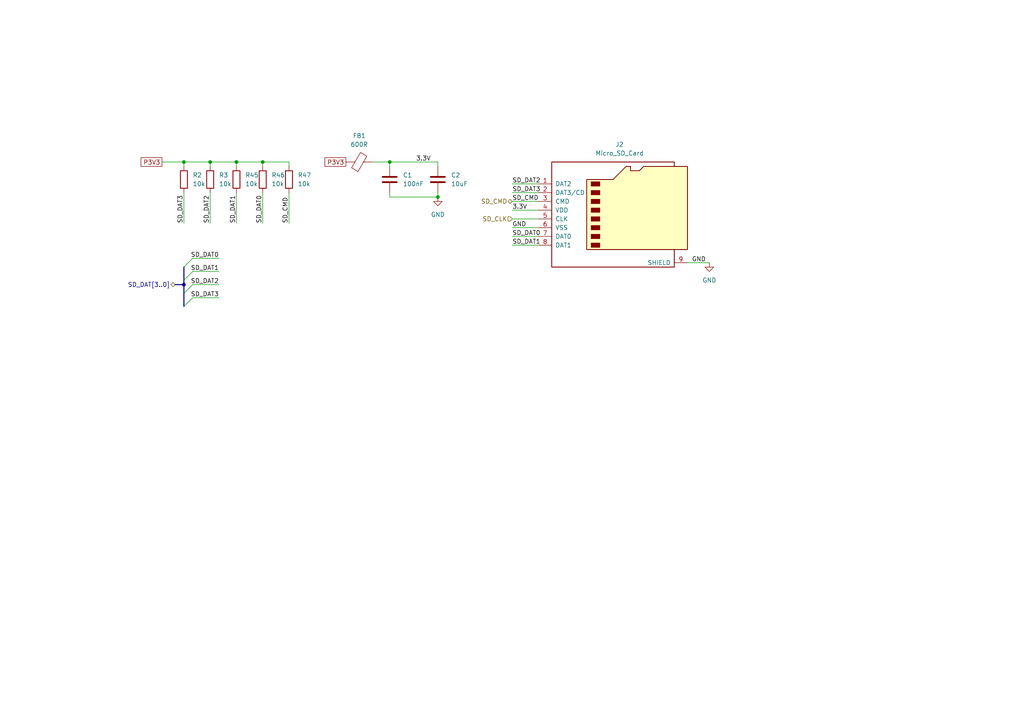
<source format=kicad_sch>
(kicad_sch
	(version 20250114)
	(generator "eeschema")
	(generator_version "9.0")
	(uuid "bd616922-7efe-4c10-a88b-b3f9411afd3a")
	(paper "A4")
	(title_block
		(title "SD Multimedia Interface")
		(date "2025-07-18")
		(rev "0.0.0")
		(comment 1 "Designed by Jaden Gani")
	)
	(lib_symbols
		(symbol "Connector:Micro_SD_Card"
			(pin_names
				(offset 1.016)
			)
			(exclude_from_sim no)
			(in_bom yes)
			(on_board yes)
			(property "Reference" "J"
				(at -16.51 15.24 0)
				(effects
					(font
						(size 1.27 1.27)
					)
				)
			)
			(property "Value" "Micro_SD_Card"
				(at 16.51 15.24 0)
				(effects
					(font
						(size 1.27 1.27)
					)
					(justify right)
				)
			)
			(property "Footprint" ""
				(at 29.21 7.62 0)
				(effects
					(font
						(size 1.27 1.27)
					)
					(hide yes)
				)
			)
			(property "Datasheet" "http://katalog.we-online.de/em/datasheet/693072010801.pdf"
				(at 0 0 0)
				(effects
					(font
						(size 1.27 1.27)
					)
					(hide yes)
				)
			)
			(property "Description" "Micro SD Card Socket"
				(at 0 0 0)
				(effects
					(font
						(size 1.27 1.27)
					)
					(hide yes)
				)
			)
			(property "ki_keywords" "connector SD microsd"
				(at 0 0 0)
				(effects
					(font
						(size 1.27 1.27)
					)
					(hide yes)
				)
			)
			(property "ki_fp_filters" "microSD*"
				(at 0 0 0)
				(effects
					(font
						(size 1.27 1.27)
					)
					(hide yes)
				)
			)
			(symbol "Micro_SD_Card_0_1"
				(polyline
					(pts
						(xy -8.89 -11.43) (xy -8.89 8.89) (xy -1.27 8.89) (xy 2.54 12.7) (xy 3.81 12.7) (xy 3.81 11.43)
						(xy 6.35 11.43) (xy 7.62 12.7) (xy 20.32 12.7) (xy 20.32 -11.43) (xy -8.89 -11.43)
					)
					(stroke
						(width 0.254)
						(type default)
					)
					(fill
						(type background)
					)
				)
				(rectangle
					(start -7.62 8.255)
					(end -5.08 6.985)
					(stroke
						(width 0)
						(type default)
					)
					(fill
						(type outline)
					)
				)
				(rectangle
					(start -7.62 5.715)
					(end -5.08 4.445)
					(stroke
						(width 0)
						(type default)
					)
					(fill
						(type outline)
					)
				)
				(rectangle
					(start -7.62 3.175)
					(end -5.08 1.905)
					(stroke
						(width 0)
						(type default)
					)
					(fill
						(type outline)
					)
				)
				(rectangle
					(start -7.62 0.635)
					(end -5.08 -0.635)
					(stroke
						(width 0)
						(type default)
					)
					(fill
						(type outline)
					)
				)
				(rectangle
					(start -7.62 -1.905)
					(end -5.08 -3.175)
					(stroke
						(width 0)
						(type default)
					)
					(fill
						(type outline)
					)
				)
				(rectangle
					(start -7.62 -4.445)
					(end -5.08 -5.715)
					(stroke
						(width 0)
						(type default)
					)
					(fill
						(type outline)
					)
				)
				(rectangle
					(start -7.62 -6.985)
					(end -5.08 -8.255)
					(stroke
						(width 0)
						(type default)
					)
					(fill
						(type outline)
					)
				)
				(rectangle
					(start -7.62 -9.525)
					(end -5.08 -10.795)
					(stroke
						(width 0)
						(type default)
					)
					(fill
						(type outline)
					)
				)
				(polyline
					(pts
						(xy 16.51 12.7) (xy 16.51 13.97) (xy -19.05 13.97) (xy -19.05 -16.51) (xy 16.51 -16.51) (xy 16.51 -11.43)
					)
					(stroke
						(width 0.254)
						(type default)
					)
					(fill
						(type none)
					)
				)
			)
			(symbol "Micro_SD_Card_1_1"
				(pin bidirectional line
					(at -22.86 7.62 0)
					(length 3.81)
					(name "DAT2"
						(effects
							(font
								(size 1.27 1.27)
							)
						)
					)
					(number "1"
						(effects
							(font
								(size 1.27 1.27)
							)
						)
					)
				)
				(pin bidirectional line
					(at -22.86 5.08 0)
					(length 3.81)
					(name "DAT3/CD"
						(effects
							(font
								(size 1.27 1.27)
							)
						)
					)
					(number "2"
						(effects
							(font
								(size 1.27 1.27)
							)
						)
					)
				)
				(pin input line
					(at -22.86 2.54 0)
					(length 3.81)
					(name "CMD"
						(effects
							(font
								(size 1.27 1.27)
							)
						)
					)
					(number "3"
						(effects
							(font
								(size 1.27 1.27)
							)
						)
					)
				)
				(pin power_in line
					(at -22.86 0 0)
					(length 3.81)
					(name "VDD"
						(effects
							(font
								(size 1.27 1.27)
							)
						)
					)
					(number "4"
						(effects
							(font
								(size 1.27 1.27)
							)
						)
					)
				)
				(pin input line
					(at -22.86 -2.54 0)
					(length 3.81)
					(name "CLK"
						(effects
							(font
								(size 1.27 1.27)
							)
						)
					)
					(number "5"
						(effects
							(font
								(size 1.27 1.27)
							)
						)
					)
				)
				(pin power_in line
					(at -22.86 -5.08 0)
					(length 3.81)
					(name "VSS"
						(effects
							(font
								(size 1.27 1.27)
							)
						)
					)
					(number "6"
						(effects
							(font
								(size 1.27 1.27)
							)
						)
					)
				)
				(pin bidirectional line
					(at -22.86 -7.62 0)
					(length 3.81)
					(name "DAT0"
						(effects
							(font
								(size 1.27 1.27)
							)
						)
					)
					(number "7"
						(effects
							(font
								(size 1.27 1.27)
							)
						)
					)
				)
				(pin bidirectional line
					(at -22.86 -10.16 0)
					(length 3.81)
					(name "DAT1"
						(effects
							(font
								(size 1.27 1.27)
							)
						)
					)
					(number "8"
						(effects
							(font
								(size 1.27 1.27)
							)
						)
					)
				)
				(pin passive line
					(at 20.32 -15.24 180)
					(length 3.81)
					(name "SHIELD"
						(effects
							(font
								(size 1.27 1.27)
							)
						)
					)
					(number "9"
						(effects
							(font
								(size 1.27 1.27)
							)
						)
					)
				)
			)
			(embedded_fonts no)
		)
		(symbol "Device:C"
			(pin_numbers
				(hide yes)
			)
			(pin_names
				(offset 0.254)
			)
			(exclude_from_sim no)
			(in_bom yes)
			(on_board yes)
			(property "Reference" "C"
				(at 0.635 2.54 0)
				(effects
					(font
						(size 1.27 1.27)
					)
					(justify left)
				)
			)
			(property "Value" "C"
				(at 0.635 -2.54 0)
				(effects
					(font
						(size 1.27 1.27)
					)
					(justify left)
				)
			)
			(property "Footprint" ""
				(at 0.9652 -3.81 0)
				(effects
					(font
						(size 1.27 1.27)
					)
					(hide yes)
				)
			)
			(property "Datasheet" "~"
				(at 0 0 0)
				(effects
					(font
						(size 1.27 1.27)
					)
					(hide yes)
				)
			)
			(property "Description" "Unpolarized capacitor"
				(at 0 0 0)
				(effects
					(font
						(size 1.27 1.27)
					)
					(hide yes)
				)
			)
			(property "ki_keywords" "cap capacitor"
				(at 0 0 0)
				(effects
					(font
						(size 1.27 1.27)
					)
					(hide yes)
				)
			)
			(property "ki_fp_filters" "C_*"
				(at 0 0 0)
				(effects
					(font
						(size 1.27 1.27)
					)
					(hide yes)
				)
			)
			(symbol "C_0_1"
				(polyline
					(pts
						(xy -2.032 0.762) (xy 2.032 0.762)
					)
					(stroke
						(width 0.508)
						(type default)
					)
					(fill
						(type none)
					)
				)
				(polyline
					(pts
						(xy -2.032 -0.762) (xy 2.032 -0.762)
					)
					(stroke
						(width 0.508)
						(type default)
					)
					(fill
						(type none)
					)
				)
			)
			(symbol "C_1_1"
				(pin passive line
					(at 0 3.81 270)
					(length 2.794)
					(name "~"
						(effects
							(font
								(size 1.27 1.27)
							)
						)
					)
					(number "1"
						(effects
							(font
								(size 1.27 1.27)
							)
						)
					)
				)
				(pin passive line
					(at 0 -3.81 90)
					(length 2.794)
					(name "~"
						(effects
							(font
								(size 1.27 1.27)
							)
						)
					)
					(number "2"
						(effects
							(font
								(size 1.27 1.27)
							)
						)
					)
				)
			)
			(embedded_fonts no)
		)
		(symbol "Device:FerriteBead"
			(pin_numbers
				(hide yes)
			)
			(pin_names
				(offset 0)
			)
			(exclude_from_sim no)
			(in_bom yes)
			(on_board yes)
			(property "Reference" "FB"
				(at -3.81 0.635 90)
				(effects
					(font
						(size 1.27 1.27)
					)
				)
			)
			(property "Value" "FerriteBead"
				(at 3.81 0 90)
				(effects
					(font
						(size 1.27 1.27)
					)
				)
			)
			(property "Footprint" ""
				(at -1.778 0 90)
				(effects
					(font
						(size 1.27 1.27)
					)
					(hide yes)
				)
			)
			(property "Datasheet" "~"
				(at 0 0 0)
				(effects
					(font
						(size 1.27 1.27)
					)
					(hide yes)
				)
			)
			(property "Description" "Ferrite bead"
				(at 0 0 0)
				(effects
					(font
						(size 1.27 1.27)
					)
					(hide yes)
				)
			)
			(property "ki_keywords" "L ferrite bead inductor filter"
				(at 0 0 0)
				(effects
					(font
						(size 1.27 1.27)
					)
					(hide yes)
				)
			)
			(property "ki_fp_filters" "Inductor_* L_* *Ferrite*"
				(at 0 0 0)
				(effects
					(font
						(size 1.27 1.27)
					)
					(hide yes)
				)
			)
			(symbol "FerriteBead_0_1"
				(polyline
					(pts
						(xy -2.7686 0.4064) (xy -1.7018 2.2606) (xy 2.7686 -0.3048) (xy 1.6764 -2.159) (xy -2.7686 0.4064)
					)
					(stroke
						(width 0)
						(type default)
					)
					(fill
						(type none)
					)
				)
				(polyline
					(pts
						(xy 0 1.27) (xy 0 1.2954)
					)
					(stroke
						(width 0)
						(type default)
					)
					(fill
						(type none)
					)
				)
				(polyline
					(pts
						(xy 0 -1.27) (xy 0 -1.2192)
					)
					(stroke
						(width 0)
						(type default)
					)
					(fill
						(type none)
					)
				)
			)
			(symbol "FerriteBead_1_1"
				(pin passive line
					(at 0 3.81 270)
					(length 2.54)
					(name "~"
						(effects
							(font
								(size 1.27 1.27)
							)
						)
					)
					(number "1"
						(effects
							(font
								(size 1.27 1.27)
							)
						)
					)
				)
				(pin passive line
					(at 0 -3.81 90)
					(length 2.54)
					(name "~"
						(effects
							(font
								(size 1.27 1.27)
							)
						)
					)
					(number "2"
						(effects
							(font
								(size 1.27 1.27)
							)
						)
					)
				)
			)
			(embedded_fonts no)
		)
		(symbol "Device:R"
			(pin_numbers
				(hide yes)
			)
			(pin_names
				(offset 0)
			)
			(exclude_from_sim no)
			(in_bom yes)
			(on_board yes)
			(property "Reference" "R"
				(at 2.032 0 90)
				(effects
					(font
						(size 1.27 1.27)
					)
				)
			)
			(property "Value" "R"
				(at 0 0 90)
				(effects
					(font
						(size 1.27 1.27)
					)
				)
			)
			(property "Footprint" ""
				(at -1.778 0 90)
				(effects
					(font
						(size 1.27 1.27)
					)
					(hide yes)
				)
			)
			(property "Datasheet" "~"
				(at 0 0 0)
				(effects
					(font
						(size 1.27 1.27)
					)
					(hide yes)
				)
			)
			(property "Description" "Resistor"
				(at 0 0 0)
				(effects
					(font
						(size 1.27 1.27)
					)
					(hide yes)
				)
			)
			(property "ki_keywords" "R res resistor"
				(at 0 0 0)
				(effects
					(font
						(size 1.27 1.27)
					)
					(hide yes)
				)
			)
			(property "ki_fp_filters" "R_*"
				(at 0 0 0)
				(effects
					(font
						(size 1.27 1.27)
					)
					(hide yes)
				)
			)
			(symbol "R_0_1"
				(rectangle
					(start -1.016 -2.54)
					(end 1.016 2.54)
					(stroke
						(width 0.254)
						(type default)
					)
					(fill
						(type none)
					)
				)
			)
			(symbol "R_1_1"
				(pin passive line
					(at 0 3.81 270)
					(length 1.27)
					(name "~"
						(effects
							(font
								(size 1.27 1.27)
							)
						)
					)
					(number "1"
						(effects
							(font
								(size 1.27 1.27)
							)
						)
					)
				)
				(pin passive line
					(at 0 -3.81 90)
					(length 1.27)
					(name "~"
						(effects
							(font
								(size 1.27 1.27)
							)
						)
					)
					(number "2"
						(effects
							(font
								(size 1.27 1.27)
							)
						)
					)
				)
			)
			(embedded_fonts no)
		)
		(symbol "power:GND"
			(power)
			(pin_numbers
				(hide yes)
			)
			(pin_names
				(offset 0)
				(hide yes)
			)
			(exclude_from_sim no)
			(in_bom yes)
			(on_board yes)
			(property "Reference" "#PWR"
				(at 0 -6.35 0)
				(effects
					(font
						(size 1.27 1.27)
					)
					(hide yes)
				)
			)
			(property "Value" "GND"
				(at 0 -3.81 0)
				(effects
					(font
						(size 1.27 1.27)
					)
				)
			)
			(property "Footprint" ""
				(at 0 0 0)
				(effects
					(font
						(size 1.27 1.27)
					)
					(hide yes)
				)
			)
			(property "Datasheet" ""
				(at 0 0 0)
				(effects
					(font
						(size 1.27 1.27)
					)
					(hide yes)
				)
			)
			(property "Description" "Power symbol creates a global label with name \"GND\" , ground"
				(at 0 0 0)
				(effects
					(font
						(size 1.27 1.27)
					)
					(hide yes)
				)
			)
			(property "ki_keywords" "global power"
				(at 0 0 0)
				(effects
					(font
						(size 1.27 1.27)
					)
					(hide yes)
				)
			)
			(symbol "GND_0_1"
				(polyline
					(pts
						(xy 0 0) (xy 0 -1.27) (xy 1.27 -1.27) (xy 0 -2.54) (xy -1.27 -1.27) (xy 0 -1.27)
					)
					(stroke
						(width 0)
						(type default)
					)
					(fill
						(type none)
					)
				)
			)
			(symbol "GND_1_1"
				(pin power_in line
					(at 0 0 270)
					(length 0)
					(name "~"
						(effects
							(font
								(size 1.27 1.27)
							)
						)
					)
					(number "1"
						(effects
							(font
								(size 1.27 1.27)
							)
						)
					)
				)
			)
			(embedded_fonts no)
		)
	)
	(junction
		(at 53.34 82.55)
		(diameter 0)
		(color 0 0 0 0)
		(uuid "33b0cee9-a4f8-4294-a8bb-b3249e839977")
	)
	(junction
		(at 113.03 46.99)
		(diameter 0)
		(color 0 0 0 0)
		(uuid "4ce1bf0e-628d-46fd-9b86-7e86cd7fc814")
	)
	(junction
		(at 76.2 46.99)
		(diameter 0)
		(color 0 0 0 0)
		(uuid "4f0eda60-f19e-4e25-a5ce-77bd23170fb6")
	)
	(junction
		(at 127 57.15)
		(diameter 0)
		(color 0 0 0 0)
		(uuid "991561f3-3748-4c81-951c-ea6e24fe150f")
	)
	(junction
		(at 60.96 46.99)
		(diameter 0)
		(color 0 0 0 0)
		(uuid "d6a5aa3b-3690-4ed9-949f-2b8ff6bea836")
	)
	(junction
		(at 68.58 46.99)
		(diameter 0)
		(color 0 0 0 0)
		(uuid "f93d8f15-b15e-4c43-bf2f-e5d891b8ef43")
	)
	(junction
		(at 53.34 46.99)
		(diameter 0)
		(color 0 0 0 0)
		(uuid "fc853dc0-5cee-4b5f-92fb-6f5dac96b55e")
	)
	(bus_entry
		(at 53.34 85.09)
		(size 2.54 -2.54)
		(stroke
			(width 0)
			(type default)
		)
		(uuid "025e023d-5ac1-4c04-958f-ed9a11f14f11")
	)
	(bus_entry
		(at 53.34 77.47)
		(size 2.54 -2.54)
		(stroke
			(width 0)
			(type default)
		)
		(uuid "4078a645-91fb-438d-8906-583284d502ac")
	)
	(bus_entry
		(at 53.34 88.9)
		(size 2.54 -2.54)
		(stroke
			(width 0)
			(type default)
		)
		(uuid "964b1f1a-2448-492b-a187-6594c9a5676d")
	)
	(bus_entry
		(at 53.34 81.28)
		(size 2.54 -2.54)
		(stroke
			(width 0)
			(type default)
		)
		(uuid "ca712b59-765b-4162-aacc-eb6af99ef987")
	)
	(wire
		(pts
			(xy 113.03 57.15) (xy 113.03 55.88)
		)
		(stroke
			(width 0)
			(type default)
		)
		(uuid "0803bb24-0326-4db4-bcc1-dbebe000d878")
	)
	(wire
		(pts
			(xy 76.2 46.99) (xy 76.2 48.26)
		)
		(stroke
			(width 0)
			(type default)
		)
		(uuid "084963f5-8339-4117-87af-49754061f4ea")
	)
	(wire
		(pts
			(xy 55.88 86.36) (xy 63.5 86.36)
		)
		(stroke
			(width 0)
			(type default)
		)
		(uuid "1a83154a-c94d-4131-b7e9-9c0ab8b0e599")
	)
	(wire
		(pts
			(xy 53.34 55.88) (xy 53.34 64.77)
		)
		(stroke
			(width 0)
			(type default)
		)
		(uuid "1d277cc7-e31b-47d3-9101-693ca49d5a28")
	)
	(wire
		(pts
			(xy 113.03 48.26) (xy 113.03 46.99)
		)
		(stroke
			(width 0)
			(type default)
		)
		(uuid "309ea649-5041-4772-baf1-8b0421432998")
	)
	(wire
		(pts
			(xy 127 57.15) (xy 127 55.88)
		)
		(stroke
			(width 0)
			(type default)
		)
		(uuid "368afcd0-36b3-4e3b-8ff9-9df573a4222e")
	)
	(bus
		(pts
			(xy 53.34 88.9) (xy 53.34 85.09)
		)
		(stroke
			(width 0)
			(type default)
		)
		(uuid "37ba34ee-816c-4330-8a61-6cf5047c777c")
	)
	(wire
		(pts
			(xy 68.58 55.88) (xy 68.58 64.77)
		)
		(stroke
			(width 0)
			(type default)
		)
		(uuid "38f24bdb-9333-43ad-a369-f8eefbf3a516")
	)
	(wire
		(pts
			(xy 60.96 46.99) (xy 60.96 48.26)
		)
		(stroke
			(width 0)
			(type default)
		)
		(uuid "3d580d15-7cae-41ff-a521-befbbba89ee0")
	)
	(wire
		(pts
			(xy 148.59 63.5) (xy 156.21 63.5)
		)
		(stroke
			(width 0)
			(type default)
		)
		(uuid "47a81f54-e9cc-408a-8484-40f71218b055")
	)
	(wire
		(pts
			(xy 83.82 46.99) (xy 83.82 48.26)
		)
		(stroke
			(width 0)
			(type default)
		)
		(uuid "47ffec0f-f543-4518-beac-fe5cd87240c1")
	)
	(wire
		(pts
			(xy 60.96 55.88) (xy 60.96 64.77)
		)
		(stroke
			(width 0)
			(type default)
		)
		(uuid "525f1ce3-94dd-4100-b77b-c8c76d6bf647")
	)
	(wire
		(pts
			(xy 113.03 46.99) (xy 127 46.99)
		)
		(stroke
			(width 0)
			(type default)
		)
		(uuid "57c6c353-77aa-498a-a511-0345cc295762")
	)
	(wire
		(pts
			(xy 76.2 55.88) (xy 76.2 64.77)
		)
		(stroke
			(width 0)
			(type default)
		)
		(uuid "653ec84d-6d28-43b6-90d1-ef2e8fc8b4a5")
	)
	(wire
		(pts
			(xy 148.59 60.96) (xy 156.21 60.96)
		)
		(stroke
			(width 0)
			(type default)
		)
		(uuid "6adeb40e-93cc-4892-8f32-63ebc3599a94")
	)
	(wire
		(pts
			(xy 55.88 74.93) (xy 63.5 74.93)
		)
		(stroke
			(width 0)
			(type default)
		)
		(uuid "70a1799b-a90e-4653-b409-fd86354e94f7")
	)
	(wire
		(pts
			(xy 83.82 55.88) (xy 83.82 64.77)
		)
		(stroke
			(width 0)
			(type default)
		)
		(uuid "70b0b7c2-9f4a-4296-b2f3-720f6cb2735b")
	)
	(wire
		(pts
			(xy 60.96 46.99) (xy 68.58 46.99)
		)
		(stroke
			(width 0)
			(type default)
		)
		(uuid "76028e5d-5834-4c3e-a0b7-0d90777f4043")
	)
	(bus
		(pts
			(xy 50.8 82.55) (xy 53.34 82.55)
		)
		(stroke
			(width 0)
			(type default)
		)
		(uuid "8dd8342e-fc0b-48b5-9040-7e2abf124eb2")
	)
	(wire
		(pts
			(xy 53.34 46.99) (xy 60.96 46.99)
		)
		(stroke
			(width 0)
			(type default)
		)
		(uuid "95b39dc6-1f9b-45fe-bd39-ca3a555c0a72")
	)
	(wire
		(pts
			(xy 113.03 46.99) (xy 107.95 46.99)
		)
		(stroke
			(width 0)
			(type default)
		)
		(uuid "99487484-316e-4d87-ae8c-4ea764ba10f1")
	)
	(bus
		(pts
			(xy 53.34 81.28) (xy 53.34 77.47)
		)
		(stroke
			(width 0)
			(type default)
		)
		(uuid "9fd6b854-752a-411c-90c0-f2d11fd498b2")
	)
	(wire
		(pts
			(xy 148.59 68.58) (xy 156.21 68.58)
		)
		(stroke
			(width 0)
			(type default)
		)
		(uuid "b333d631-e1db-4f0d-97fe-07ae7cae5ad8")
	)
	(wire
		(pts
			(xy 148.59 58.42) (xy 156.21 58.42)
		)
		(stroke
			(width 0)
			(type default)
		)
		(uuid "b4b2d926-cb4a-47c4-9cd4-2bfb65810c84")
	)
	(wire
		(pts
			(xy 76.2 46.99) (xy 83.82 46.99)
		)
		(stroke
			(width 0)
			(type default)
		)
		(uuid "b96695a7-75cd-4c67-a46c-9f0db84f04ec")
	)
	(bus
		(pts
			(xy 53.34 85.09) (xy 53.34 82.55)
		)
		(stroke
			(width 0)
			(type default)
		)
		(uuid "cd8dd44d-b2a9-4723-96a3-b6063a449766")
	)
	(bus
		(pts
			(xy 53.34 82.55) (xy 53.34 81.28)
		)
		(stroke
			(width 0)
			(type default)
		)
		(uuid "d13d54e7-f638-4439-98dc-ca9aa040bab8")
	)
	(wire
		(pts
			(xy 113.03 57.15) (xy 127 57.15)
		)
		(stroke
			(width 0)
			(type default)
		)
		(uuid "dc128f05-92fa-4d1a-a355-40b5dd8f4c9c")
	)
	(wire
		(pts
			(xy 55.88 78.74) (xy 63.5 78.74)
		)
		(stroke
			(width 0)
			(type default)
		)
		(uuid "dcfbf3df-fca4-4a13-8164-a99065222577")
	)
	(wire
		(pts
			(xy 46.99 46.99) (xy 53.34 46.99)
		)
		(stroke
			(width 0)
			(type default)
		)
		(uuid "dddffaca-32f9-4aeb-af7b-a4f1f2250457")
	)
	(wire
		(pts
			(xy 127 48.26) (xy 127 46.99)
		)
		(stroke
			(width 0)
			(type default)
		)
		(uuid "df53a5ca-e5b1-4e3f-b936-81168952b977")
	)
	(wire
		(pts
			(xy 68.58 46.99) (xy 76.2 46.99)
		)
		(stroke
			(width 0)
			(type default)
		)
		(uuid "e5297b91-1ae8-41d7-a765-2af546f64efa")
	)
	(wire
		(pts
			(xy 68.58 46.99) (xy 68.58 48.26)
		)
		(stroke
			(width 0)
			(type default)
		)
		(uuid "ea790f26-00b7-4652-afef-b6d39de18733")
	)
	(wire
		(pts
			(xy 148.59 71.12) (xy 156.21 71.12)
		)
		(stroke
			(width 0)
			(type default)
		)
		(uuid "eb6802a1-8a42-48ed-91b1-7b8de8bd5a81")
	)
	(wire
		(pts
			(xy 55.88 82.55) (xy 63.5 82.55)
		)
		(stroke
			(width 0)
			(type default)
		)
		(uuid "ec9dbfc9-d790-4041-893a-9ef13ea1d6e9")
	)
	(wire
		(pts
			(xy 53.34 46.99) (xy 53.34 48.26)
		)
		(stroke
			(width 0)
			(type default)
		)
		(uuid "f0bf8145-896b-41cd-aecd-7a47fd96cdde")
	)
	(wire
		(pts
			(xy 148.59 55.88) (xy 156.21 55.88)
		)
		(stroke
			(width 0)
			(type default)
		)
		(uuid "f6ffd368-8a93-4af3-aae9-0b25f8328962")
	)
	(wire
		(pts
			(xy 148.59 53.34) (xy 156.21 53.34)
		)
		(stroke
			(width 0)
			(type default)
		)
		(uuid "fa158abb-aa8b-47c5-836e-907518d976f5")
	)
	(wire
		(pts
			(xy 148.59 66.04) (xy 156.21 66.04)
		)
		(stroke
			(width 0)
			(type default)
		)
		(uuid "fb93b3bd-dea7-4609-b56b-1ee8bb87be02")
	)
	(wire
		(pts
			(xy 199.39 76.2) (xy 205.74 76.2)
		)
		(stroke
			(width 0)
			(type default)
		)
		(uuid "fd80b06b-798d-4502-b975-8871edd61616")
	)
	(label "SD_DAT2"
		(at 63.5 82.55 180)
		(effects
			(font
				(size 1.27 1.27)
			)
			(justify right bottom)
		)
		(uuid "036004ae-8338-4af4-ad56-18117739128c")
	)
	(label "SD_DAT1"
		(at 148.59 71.12 0)
		(effects
			(font
				(size 1.27 1.27)
			)
			(justify left bottom)
		)
		(uuid "0b62fc2f-b2cb-42f2-a42f-290fd51d5f11")
	)
	(label "SD_DAT3"
		(at 148.59 55.88 0)
		(effects
			(font
				(size 1.27 1.27)
			)
			(justify left bottom)
		)
		(uuid "297327c6-55d1-43f9-92f4-5e71e0b74ec3")
	)
	(label "SD_DAT3"
		(at 53.34 64.77 90)
		(effects
			(font
				(size 1.27 1.27)
			)
			(justify left bottom)
		)
		(uuid "3519486c-0edf-487e-ae19-5b9ec1c006b9")
	)
	(label "3.3V"
		(at 148.59 60.96 0)
		(effects
			(font
				(size 1.27 1.27)
			)
			(justify left bottom)
		)
		(uuid "47a8bff3-0f9b-4a10-9f82-808f669dae37")
	)
	(label "SD_CMD"
		(at 83.82 64.77 90)
		(effects
			(font
				(size 1.27 1.27)
			)
			(justify left bottom)
		)
		(uuid "4fcdddeb-df88-4191-ae2e-5f940f25948d")
	)
	(label "GND"
		(at 200.66 76.2 0)
		(effects
			(font
				(size 1.27 1.27)
			)
			(justify left bottom)
		)
		(uuid "5f419c43-bb03-4a81-9272-b1818aaa51b1")
	)
	(label "SD_DAT3"
		(at 63.5 86.36 180)
		(effects
			(font
				(size 1.27 1.27)
			)
			(justify right bottom)
		)
		(uuid "74365c22-6240-4d59-a503-19eeccf1edd0")
	)
	(label "SD_CMD"
		(at 148.59 58.42 0)
		(effects
			(font
				(size 1.27 1.27)
			)
			(justify left bottom)
		)
		(uuid "7b3e3296-06fd-4d61-b70c-f8b5555947b4")
	)
	(label "3.3V"
		(at 120.65 46.99 0)
		(effects
			(font
				(size 1.27 1.27)
			)
			(justify left bottom)
		)
		(uuid "870c073e-0b37-44d5-875d-f973c84afe5e")
	)
	(label "SD_DAT1"
		(at 63.5 78.74 180)
		(effects
			(font
				(size 1.27 1.27)
			)
			(justify right bottom)
		)
		(uuid "98eb309b-0214-40eb-8159-76ba9568ddad")
	)
	(label "SD_DAT1"
		(at 68.58 64.77 90)
		(effects
			(font
				(size 1.27 1.27)
			)
			(justify left bottom)
		)
		(uuid "a6653ef6-d035-40e9-9451-bd69ae78f8ba")
	)
	(label "SD_DAT0"
		(at 148.59 68.58 0)
		(effects
			(font
				(size 1.27 1.27)
			)
			(justify left bottom)
		)
		(uuid "aa8c53b2-71e1-40f8-b794-138f4aa02a5c")
	)
	(label "GND"
		(at 148.59 66.04 0)
		(effects
			(font
				(size 1.27 1.27)
			)
			(justify left bottom)
		)
		(uuid "bbd9dae8-13ad-4535-b814-ffaeb4b97617")
	)
	(label "SD_DAT0"
		(at 63.5 74.93 180)
		(effects
			(font
				(size 1.27 1.27)
			)
			(justify right bottom)
		)
		(uuid "cc1ea351-d77f-4b4c-ae43-1370ca1cb669")
	)
	(label "SD_DAT2"
		(at 60.96 64.77 90)
		(effects
			(font
				(size 1.27 1.27)
			)
			(justify left bottom)
		)
		(uuid "cf3c6f66-153c-4b39-928b-c05ec530fd93")
	)
	(label "SD_DAT0"
		(at 76.2 64.77 90)
		(effects
			(font
				(size 1.27 1.27)
			)
			(justify left bottom)
		)
		(uuid "df115b3d-36d4-4fe9-888e-1f2d488adc2b")
	)
	(label "SD_DAT2"
		(at 148.59 53.34 0)
		(effects
			(font
				(size 1.27 1.27)
			)
			(justify left bottom)
		)
		(uuid "f2c5b276-46c6-4c1a-9c7d-b73bff440bac")
	)
	(global_label "P3V3"
		(shape passive)
		(at 100.33 46.99 180)
		(fields_autoplaced yes)
		(effects
			(font
				(size 1.27 1.27)
			)
			(justify right)
		)
		(uuid "04102275-0d14-4162-87ab-2b3e9ce7db48")
		(property "Intersheetrefs" "${INTERSHEET_REFS}"
			(at 93.6785 46.99 0)
			(effects
				(font
					(size 1.27 1.27)
				)
				(justify right)
				(hide yes)
			)
		)
	)
	(global_label "P3V3"
		(shape passive)
		(at 46.99 46.99 180)
		(fields_autoplaced yes)
		(effects
			(font
				(size 1.27 1.27)
			)
			(justify right)
		)
		(uuid "3780f4bc-6f2d-4686-89e0-f2e6513c426a")
		(property "Intersheetrefs" "${INTERSHEET_REFS}"
			(at 40.3385 46.99 0)
			(effects
				(font
					(size 1.27 1.27)
				)
				(justify right)
				(hide yes)
			)
		)
	)
	(hierarchical_label "SD_CLK"
		(shape input)
		(at 148.59 63.5 180)
		(effects
			(font
				(size 1.27 1.27)
			)
			(justify right)
		)
		(uuid "0f88414b-c0f5-4fb7-bd4d-9e77ae5a269d")
	)
	(hierarchical_label "SD_CMD"
		(shape bidirectional)
		(at 148.59 58.42 180)
		(effects
			(font
				(size 1.27 1.27)
			)
			(justify right)
		)
		(uuid "8328be3a-f1dc-4385-bc05-083aacb854ce")
	)
	(hierarchical_label "SD_DAT[3..0]"
		(shape bidirectional)
		(at 50.8 82.55 180)
		(effects
			(font
				(size 1.27 1.27)
			)
			(justify right)
		)
		(uuid "dbaba14e-1835-4e2e-ac37-e2415a46e162")
	)
	(symbol
		(lib_id "Device:R")
		(at 60.96 52.07 0)
		(unit 1)
		(exclude_from_sim no)
		(in_bom yes)
		(on_board yes)
		(dnp no)
		(fields_autoplaced yes)
		(uuid "2a772124-7dab-4340-ad05-3c54331ddfbe")
		(property "Reference" "R3"
			(at 63.5 50.7999 0)
			(effects
				(font
					(size 1.27 1.27)
				)
				(justify left)
			)
		)
		(property "Value" "10k"
			(at 63.5 53.3399 0)
			(effects
				(font
					(size 1.27 1.27)
				)
				(justify left)
			)
		)
		(property "Footprint" "Resistor_SMD:R_0603_1608Metric"
			(at 59.182 52.07 90)
			(effects
				(font
					(size 1.27 1.27)
				)
				(hide yes)
			)
		)
		(property "Datasheet" "~"
			(at 60.96 52.07 0)
			(effects
				(font
					(size 1.27 1.27)
				)
				(hide yes)
			)
		)
		(property "Description" "Resistor"
			(at 60.96 52.07 0)
			(effects
				(font
					(size 1.27 1.27)
				)
				(hide yes)
			)
		)
		(pin "1"
			(uuid "b9e5d5c1-ab9c-4c74-a9b2-4d7a66217cf7")
		)
		(pin "2"
			(uuid "9d7c08dd-f85b-4e76-89e1-b093de1ec7eb")
		)
		(instances
			(project "sbc"
				(path "/9328a39f-e46f-4e23-a67b-f837d10a1254/c62b2561-e816-4d42-bcad-0eb294abcbae"
					(reference "R3")
					(unit 1)
				)
			)
		)
	)
	(symbol
		(lib_id "Device:R")
		(at 68.58 52.07 0)
		(unit 1)
		(exclude_from_sim no)
		(in_bom yes)
		(on_board yes)
		(dnp no)
		(fields_autoplaced yes)
		(uuid "42ac285a-e278-4d2a-b172-6efec3adf61d")
		(property "Reference" "R45"
			(at 71.12 50.7999 0)
			(effects
				(font
					(size 1.27 1.27)
				)
				(justify left)
			)
		)
		(property "Value" "10k"
			(at 71.12 53.3399 0)
			(effects
				(font
					(size 1.27 1.27)
				)
				(justify left)
			)
		)
		(property "Footprint" "Resistor_SMD:R_0603_1608Metric"
			(at 66.802 52.07 90)
			(effects
				(font
					(size 1.27 1.27)
				)
				(hide yes)
			)
		)
		(property "Datasheet" "~"
			(at 68.58 52.07 0)
			(effects
				(font
					(size 1.27 1.27)
				)
				(hide yes)
			)
		)
		(property "Description" "Resistor"
			(at 68.58 52.07 0)
			(effects
				(font
					(size 1.27 1.27)
				)
				(hide yes)
			)
		)
		(pin "1"
			(uuid "1d177407-33b9-419f-90b3-c13fa4b32427")
		)
		(pin "2"
			(uuid "69e12ef9-0e59-4478-a825-61b13be4434f")
		)
		(instances
			(project "sbc"
				(path "/9328a39f-e46f-4e23-a67b-f837d10a1254/c62b2561-e816-4d42-bcad-0eb294abcbae"
					(reference "R45")
					(unit 1)
				)
			)
		)
	)
	(symbol
		(lib_id "Device:C")
		(at 113.03 52.07 0)
		(unit 1)
		(exclude_from_sim no)
		(in_bom yes)
		(on_board yes)
		(dnp no)
		(fields_autoplaced yes)
		(uuid "8117670a-f098-4a8a-b0f1-f438299bc869")
		(property "Reference" "C1"
			(at 116.84 50.7999 0)
			(effects
				(font
					(size 1.27 1.27)
				)
				(justify left)
			)
		)
		(property "Value" "100nF"
			(at 116.84 53.3399 0)
			(effects
				(font
					(size 1.27 1.27)
				)
				(justify left)
			)
		)
		(property "Footprint" "Capacitor_SMD:C_0603_1608Metric"
			(at 113.9952 55.88 0)
			(effects
				(font
					(size 1.27 1.27)
				)
				(hide yes)
			)
		)
		(property "Datasheet" "~"
			(at 113.03 52.07 0)
			(effects
				(font
					(size 1.27 1.27)
				)
				(hide yes)
			)
		)
		(property "Description" "Unpolarized capacitor"
			(at 113.03 52.07 0)
			(effects
				(font
					(size 1.27 1.27)
				)
				(hide yes)
			)
		)
		(pin "2"
			(uuid "cd034cee-3413-40d3-a671-7ae6d5c3529e")
		)
		(pin "1"
			(uuid "cc6c3746-7aa5-4ec0-98c2-34cacdb06f97")
		)
		(instances
			(project ""
				(path "/9328a39f-e46f-4e23-a67b-f837d10a1254/c62b2561-e816-4d42-bcad-0eb294abcbae"
					(reference "C1")
					(unit 1)
				)
			)
		)
	)
	(symbol
		(lib_id "power:GND")
		(at 205.74 76.2 0)
		(unit 1)
		(exclude_from_sim no)
		(in_bom yes)
		(on_board yes)
		(dnp no)
		(fields_autoplaced yes)
		(uuid "9407a94e-c0df-418d-90c0-78c970776b44")
		(property "Reference" "#PWR01"
			(at 205.74 82.55 0)
			(effects
				(font
					(size 1.27 1.27)
				)
				(hide yes)
			)
		)
		(property "Value" "GND"
			(at 205.74 81.28 0)
			(effects
				(font
					(size 1.27 1.27)
				)
			)
		)
		(property "Footprint" ""
			(at 205.74 76.2 0)
			(effects
				(font
					(size 1.27 1.27)
				)
				(hide yes)
			)
		)
		(property "Datasheet" ""
			(at 205.74 76.2 0)
			(effects
				(font
					(size 1.27 1.27)
				)
				(hide yes)
			)
		)
		(property "Description" "Power symbol creates a global label with name \"GND\" , ground"
			(at 205.74 76.2 0)
			(effects
				(font
					(size 1.27 1.27)
				)
				(hide yes)
			)
		)
		(pin "1"
			(uuid "98a1c875-79e6-4969-8173-0a62a55041ef")
		)
		(instances
			(project ""
				(path "/9328a39f-e46f-4e23-a67b-f837d10a1254/c62b2561-e816-4d42-bcad-0eb294abcbae"
					(reference "#PWR01")
					(unit 1)
				)
			)
		)
	)
	(symbol
		(lib_id "Device:R")
		(at 83.82 52.07 0)
		(unit 1)
		(exclude_from_sim no)
		(in_bom yes)
		(on_board yes)
		(dnp no)
		(fields_autoplaced yes)
		(uuid "a369db58-793c-4ee1-a500-be3d04cae2e6")
		(property "Reference" "R47"
			(at 86.36 50.7999 0)
			(effects
				(font
					(size 1.27 1.27)
				)
				(justify left)
			)
		)
		(property "Value" "10k"
			(at 86.36 53.3399 0)
			(effects
				(font
					(size 1.27 1.27)
				)
				(justify left)
			)
		)
		(property "Footprint" "Resistor_SMD:R_0603_1608Metric"
			(at 82.042 52.07 90)
			(effects
				(font
					(size 1.27 1.27)
				)
				(hide yes)
			)
		)
		(property "Datasheet" "~"
			(at 83.82 52.07 0)
			(effects
				(font
					(size 1.27 1.27)
				)
				(hide yes)
			)
		)
		(property "Description" "Resistor"
			(at 83.82 52.07 0)
			(effects
				(font
					(size 1.27 1.27)
				)
				(hide yes)
			)
		)
		(pin "1"
			(uuid "2b5c9f53-fe38-406c-aeee-53db8bc10646")
		)
		(pin "2"
			(uuid "9be9686f-53c4-45b9-a9f6-00a58682ff82")
		)
		(instances
			(project "sbc"
				(path "/9328a39f-e46f-4e23-a67b-f837d10a1254/c62b2561-e816-4d42-bcad-0eb294abcbae"
					(reference "R47")
					(unit 1)
				)
			)
		)
	)
	(symbol
		(lib_id "Connector:Micro_SD_Card")
		(at 179.07 60.96 0)
		(unit 1)
		(exclude_from_sim no)
		(in_bom yes)
		(on_board yes)
		(dnp no)
		(fields_autoplaced yes)
		(uuid "b3e8a953-2c0f-4abf-ac1b-5de33b346774")
		(property "Reference" "J2"
			(at 179.705 41.91 0)
			(effects
				(font
					(size 1.27 1.27)
				)
			)
		)
		(property "Value" "Micro_SD_Card"
			(at 179.705 44.45 0)
			(effects
				(font
					(size 1.27 1.27)
				)
			)
		)
		(property "Footprint" "Connector_Card:microSD_HC_Hirose_DM3BT-DSF-PEJS"
			(at 208.28 53.34 0)
			(effects
				(font
					(size 1.27 1.27)
				)
				(hide yes)
			)
		)
		(property "Datasheet" "http://katalog.we-online.de/em/datasheet/693072010801.pdf"
			(at 179.07 60.96 0)
			(effects
				(font
					(size 1.27 1.27)
				)
				(hide yes)
			)
		)
		(property "Description" "Micro SD Card Socket"
			(at 179.07 60.96 0)
			(effects
				(font
					(size 1.27 1.27)
				)
				(hide yes)
			)
		)
		(pin "1"
			(uuid "aeb859c2-bd67-49e0-ac10-d2b03d2d6d69")
		)
		(pin "4"
			(uuid "f321908c-2594-4793-b783-bee6bfed1b55")
		)
		(pin "7"
			(uuid "65b179c3-4874-4c49-bac0-0438df445251")
		)
		(pin "3"
			(uuid "ba58f998-6988-492d-adf1-eee9c70eb919")
		)
		(pin "5"
			(uuid "2213d7ed-8177-4362-a993-28d74f1885e1")
		)
		(pin "2"
			(uuid "97a42c29-0aac-4858-aa0a-3d1374605cc5")
		)
		(pin "6"
			(uuid "61de9509-637d-434b-8b24-a04cfd76f02f")
		)
		(pin "8"
			(uuid "1e55412e-db69-4087-9ff5-7abba38657e2")
		)
		(pin "9"
			(uuid "daa2fdc7-bcf1-48f3-bdb6-66bd1c59c643")
		)
		(instances
			(project "sbc"
				(path "/9328a39f-e46f-4e23-a67b-f837d10a1254/c62b2561-e816-4d42-bcad-0eb294abcbae"
					(reference "J2")
					(unit 1)
				)
			)
		)
	)
	(symbol
		(lib_id "Device:C")
		(at 127 52.07 0)
		(unit 1)
		(exclude_from_sim no)
		(in_bom yes)
		(on_board yes)
		(dnp no)
		(fields_autoplaced yes)
		(uuid "d3b7995c-31f2-405b-953f-6d08b4fc28b7")
		(property "Reference" "C2"
			(at 130.81 50.7999 0)
			(effects
				(font
					(size 1.27 1.27)
				)
				(justify left)
			)
		)
		(property "Value" "10uF"
			(at 130.81 53.3399 0)
			(effects
				(font
					(size 1.27 1.27)
				)
				(justify left)
			)
		)
		(property "Footprint" "Capacitor_SMD:C_0603_1608Metric"
			(at 127.9652 55.88 0)
			(effects
				(font
					(size 1.27 1.27)
				)
				(hide yes)
			)
		)
		(property "Datasheet" "~"
			(at 127 52.07 0)
			(effects
				(font
					(size 1.27 1.27)
				)
				(hide yes)
			)
		)
		(property "Description" "Unpolarized capacitor"
			(at 127 52.07 0)
			(effects
				(font
					(size 1.27 1.27)
				)
				(hide yes)
			)
		)
		(pin "2"
			(uuid "8ccc0c7b-0e8f-4c2b-854a-04e90ab07270")
		)
		(pin "1"
			(uuid "5360370d-c890-4e96-90a3-3aa78cd020ab")
		)
		(instances
			(project "sbc"
				(path "/9328a39f-e46f-4e23-a67b-f837d10a1254/c62b2561-e816-4d42-bcad-0eb294abcbae"
					(reference "C2")
					(unit 1)
				)
			)
		)
	)
	(symbol
		(lib_id "Device:R")
		(at 76.2 52.07 0)
		(unit 1)
		(exclude_from_sim no)
		(in_bom yes)
		(on_board yes)
		(dnp no)
		(fields_autoplaced yes)
		(uuid "d8b07cf4-90b7-459e-9698-fe407a432ab3")
		(property "Reference" "R46"
			(at 78.74 50.7999 0)
			(effects
				(font
					(size 1.27 1.27)
				)
				(justify left)
			)
		)
		(property "Value" "10k"
			(at 78.74 53.3399 0)
			(effects
				(font
					(size 1.27 1.27)
				)
				(justify left)
			)
		)
		(property "Footprint" "Resistor_SMD:R_0603_1608Metric"
			(at 74.422 52.07 90)
			(effects
				(font
					(size 1.27 1.27)
				)
				(hide yes)
			)
		)
		(property "Datasheet" "~"
			(at 76.2 52.07 0)
			(effects
				(font
					(size 1.27 1.27)
				)
				(hide yes)
			)
		)
		(property "Description" "Resistor"
			(at 76.2 52.07 0)
			(effects
				(font
					(size 1.27 1.27)
				)
				(hide yes)
			)
		)
		(pin "1"
			(uuid "4c8e98c5-0f04-44fb-98fb-5cca985c8851")
		)
		(pin "2"
			(uuid "cf9bc695-2e5d-4406-875f-7a8ad8b6697a")
		)
		(instances
			(project "sbc"
				(path "/9328a39f-e46f-4e23-a67b-f837d10a1254/c62b2561-e816-4d42-bcad-0eb294abcbae"
					(reference "R46")
					(unit 1)
				)
			)
		)
	)
	(symbol
		(lib_id "Device:R")
		(at 53.34 52.07 0)
		(unit 1)
		(exclude_from_sim no)
		(in_bom yes)
		(on_board yes)
		(dnp no)
		(fields_autoplaced yes)
		(uuid "ea8139f0-36b6-469a-aa9b-5fc4c608f99b")
		(property "Reference" "R2"
			(at 55.88 50.7999 0)
			(effects
				(font
					(size 1.27 1.27)
				)
				(justify left)
			)
		)
		(property "Value" "10k"
			(at 55.88 53.3399 0)
			(effects
				(font
					(size 1.27 1.27)
				)
				(justify left)
			)
		)
		(property "Footprint" "Resistor_SMD:R_0603_1608Metric"
			(at 51.562 52.07 90)
			(effects
				(font
					(size 1.27 1.27)
				)
				(hide yes)
			)
		)
		(property "Datasheet" "~"
			(at 53.34 52.07 0)
			(effects
				(font
					(size 1.27 1.27)
				)
				(hide yes)
			)
		)
		(property "Description" "Resistor"
			(at 53.34 52.07 0)
			(effects
				(font
					(size 1.27 1.27)
				)
				(hide yes)
			)
		)
		(pin "1"
			(uuid "84ea4389-9243-4296-bfc1-ebc2ece0bbc5")
		)
		(pin "2"
			(uuid "899d8e64-27bc-4c35-9cd7-e2c2c109a0bb")
		)
		(instances
			(project "sbc"
				(path "/9328a39f-e46f-4e23-a67b-f837d10a1254/c62b2561-e816-4d42-bcad-0eb294abcbae"
					(reference "R2")
					(unit 1)
				)
			)
		)
	)
	(symbol
		(lib_id "Device:FerriteBead")
		(at 104.14 46.99 270)
		(unit 1)
		(exclude_from_sim no)
		(in_bom yes)
		(on_board yes)
		(dnp no)
		(fields_autoplaced yes)
		(uuid "f0ce8131-ad47-4f71-a070-4520029fe44c")
		(property "Reference" "FB1"
			(at 104.1908 39.37 90)
			(effects
				(font
					(size 1.27 1.27)
				)
			)
		)
		(property "Value" "600R"
			(at 104.1908 41.91 90)
			(effects
				(font
					(size 1.27 1.27)
				)
			)
		)
		(property "Footprint" "Inductor_SMD:L_0603_1608Metric"
			(at 104.14 45.212 90)
			(effects
				(font
					(size 1.27 1.27)
				)
				(hide yes)
			)
		)
		(property "Datasheet" "~"
			(at 104.14 46.99 0)
			(effects
				(font
					(size 1.27 1.27)
				)
				(hide yes)
			)
		)
		(property "Description" "Ferrite bead"
			(at 104.14 46.99 0)
			(effects
				(font
					(size 1.27 1.27)
				)
				(hide yes)
			)
		)
		(pin "2"
			(uuid "b5141659-49f5-4e97-8187-e71fdef6f197")
		)
		(pin "1"
			(uuid "82be1d62-9d45-4456-9354-e817499ffbcd")
		)
		(instances
			(project ""
				(path "/9328a39f-e46f-4e23-a67b-f837d10a1254/c62b2561-e816-4d42-bcad-0eb294abcbae"
					(reference "FB1")
					(unit 1)
				)
			)
		)
	)
	(symbol
		(lib_id "power:GND")
		(at 127 57.15 0)
		(unit 1)
		(exclude_from_sim no)
		(in_bom yes)
		(on_board yes)
		(dnp no)
		(fields_autoplaced yes)
		(uuid "fc402268-029a-46da-868c-86f0c2c078b0")
		(property "Reference" "#PWR02"
			(at 127 63.5 0)
			(effects
				(font
					(size 1.27 1.27)
				)
				(hide yes)
			)
		)
		(property "Value" "GND"
			(at 127 62.23 0)
			(effects
				(font
					(size 1.27 1.27)
				)
			)
		)
		(property "Footprint" ""
			(at 127 57.15 0)
			(effects
				(font
					(size 1.27 1.27)
				)
				(hide yes)
			)
		)
		(property "Datasheet" ""
			(at 127 57.15 0)
			(effects
				(font
					(size 1.27 1.27)
				)
				(hide yes)
			)
		)
		(property "Description" "Power symbol creates a global label with name \"GND\" , ground"
			(at 127 57.15 0)
			(effects
				(font
					(size 1.27 1.27)
				)
				(hide yes)
			)
		)
		(pin "1"
			(uuid "12fe0676-36da-4673-a8c9-e99d9fe71a11")
		)
		(instances
			(project "sbc"
				(path "/9328a39f-e46f-4e23-a67b-f837d10a1254/c62b2561-e816-4d42-bcad-0eb294abcbae"
					(reference "#PWR02")
					(unit 1)
				)
			)
		)
	)
)

</source>
